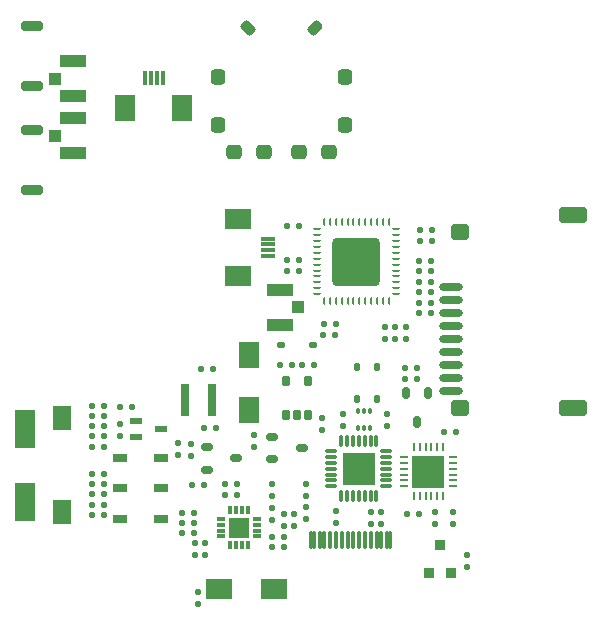
<source format=gtp>
G04*
G04 #@! TF.GenerationSoftware,Altium Limited,Altium Designer,20.2.6 (244)*
G04*
G04 Layer_Color=8421504*
%FSLAX25Y25*%
%MOIN*%
G70*
G04*
G04 #@! TF.SameCoordinates,568CAEEB-50F0-44EC-8363-EC95FF72310B*
G04*
G04*
G04 #@! TF.FilePolarity,Positive*
G04*
G01*
G75*
%ADD20R,0.08661X0.04134*%
%ADD21R,0.04134X0.03937*%
%ADD22R,0.07087X0.08661*%
%ADD23R,0.01181X0.05118*%
G04:AMPARAMS|DCode=24|XSize=47.24mil|YSize=51.18mil|CornerRadius=11.81mil|HoleSize=0mil|Usage=FLASHONLY|Rotation=0.000|XOffset=0mil|YOffset=0mil|HoleType=Round|Shape=RoundedRectangle|*
%AMROUNDEDRECTD24*
21,1,0.04724,0.02756,0,0,0.0*
21,1,0.02362,0.05118,0,0,0.0*
1,1,0.02362,0.01181,-0.01378*
1,1,0.02362,-0.01181,-0.01378*
1,1,0.02362,-0.01181,0.01378*
1,1,0.02362,0.01181,0.01378*
%
%ADD24ROUNDEDRECTD24*%
G04:AMPARAMS|DCode=25|XSize=51.18mil|YSize=47.24mil|CornerRadius=11.81mil|HoleSize=0mil|Usage=FLASHONLY|Rotation=0.000|XOffset=0mil|YOffset=0mil|HoleType=Round|Shape=RoundedRectangle|*
%AMROUNDEDRECTD25*
21,1,0.05118,0.02362,0,0,0.0*
21,1,0.02756,0.04724,0,0,0.0*
1,1,0.02362,0.01378,-0.01181*
1,1,0.02362,-0.01378,-0.01181*
1,1,0.02362,-0.01378,0.01181*
1,1,0.02362,0.01378,0.01181*
%
%ADD25ROUNDEDRECTD25*%
G04:AMPARAMS|DCode=26|XSize=33.47mil|YSize=47.24mil|CornerRadius=8.37mil|HoleSize=0mil|Usage=FLASHONLY|Rotation=45.000|XOffset=0mil|YOffset=0mil|HoleType=Round|Shape=RoundedRectangle|*
%AMROUNDEDRECTD26*
21,1,0.03347,0.03051,0,0,45.0*
21,1,0.01673,0.04724,0,0,45.0*
1,1,0.01673,0.01670,-0.00487*
1,1,0.01673,0.00487,-0.01670*
1,1,0.01673,-0.01670,0.00487*
1,1,0.01673,-0.00487,0.01670*
%
%ADD26ROUNDEDRECTD26*%
G04:AMPARAMS|DCode=27|XSize=33.47mil|YSize=47.24mil|CornerRadius=8.37mil|HoleSize=0mil|Usage=FLASHONLY|Rotation=135.000|XOffset=0mil|YOffset=0mil|HoleType=Round|Shape=RoundedRectangle|*
%AMROUNDEDRECTD27*
21,1,0.03347,0.03051,0,0,135.0*
21,1,0.01673,0.04724,0,0,135.0*
1,1,0.01673,0.00487,0.01670*
1,1,0.01673,0.01670,0.00487*
1,1,0.01673,-0.00487,-0.01670*
1,1,0.01673,-0.01670,-0.00487*
%
%ADD27ROUNDEDRECTD27*%
G04:AMPARAMS|DCode=28|XSize=31.5mil|YSize=70.87mil|CornerRadius=7.87mil|HoleSize=0mil|Usage=FLASHONLY|Rotation=90.000|XOffset=0mil|YOffset=0mil|HoleType=Round|Shape=RoundedRectangle|*
%AMROUNDEDRECTD28*
21,1,0.03150,0.05512,0,0,90.0*
21,1,0.01575,0.07087,0,0,90.0*
1,1,0.01575,0.02756,0.00787*
1,1,0.01575,0.02756,-0.00787*
1,1,0.01575,-0.02756,-0.00787*
1,1,0.01575,-0.02756,0.00787*
%
%ADD28ROUNDEDRECTD28*%
G04:AMPARAMS|DCode=29|XSize=12mil|YSize=38mil|CornerRadius=3mil|HoleSize=0mil|Usage=FLASHONLY|Rotation=0.000|XOffset=0mil|YOffset=0mil|HoleType=Round|Shape=RoundedRectangle|*
%AMROUNDEDRECTD29*
21,1,0.01200,0.03200,0,0,0.0*
21,1,0.00600,0.03800,0,0,0.0*
1,1,0.00600,0.00300,-0.01600*
1,1,0.00600,-0.00300,-0.01600*
1,1,0.00600,-0.00300,0.01600*
1,1,0.00600,0.00300,0.01600*
%
%ADD29ROUNDEDRECTD29*%
G04:AMPARAMS|DCode=30|XSize=12mil|YSize=38mil|CornerRadius=3mil|HoleSize=0mil|Usage=FLASHONLY|Rotation=270.000|XOffset=0mil|YOffset=0mil|HoleType=Round|Shape=RoundedRectangle|*
%AMROUNDEDRECTD30*
21,1,0.01200,0.03200,0,0,270.0*
21,1,0.00600,0.03800,0,0,270.0*
1,1,0.00600,-0.01600,-0.00300*
1,1,0.00600,-0.01600,0.00300*
1,1,0.00600,0.01600,0.00300*
1,1,0.00600,0.01600,-0.00300*
%
%ADD30ROUNDEDRECTD30*%
%ADD31R,0.11024X0.10630*%
%ADD32R,0.06890X0.08661*%
%ADD33R,0.08661X0.06890*%
G04:AMPARAMS|DCode=34|XSize=20mil|YSize=20mil|CornerRadius=5mil|HoleSize=0mil|Usage=FLASHONLY|Rotation=180.000|XOffset=0mil|YOffset=0mil|HoleType=Round|Shape=RoundedRectangle|*
%AMROUNDEDRECTD34*
21,1,0.02000,0.01000,0,0,180.0*
21,1,0.01000,0.02000,0,0,180.0*
1,1,0.01000,-0.00500,0.00500*
1,1,0.01000,0.00500,0.00500*
1,1,0.01000,0.00500,-0.00500*
1,1,0.01000,-0.00500,-0.00500*
%
%ADD34ROUNDEDRECTD34*%
%ADD35O,0.07874X0.02756*%
G04:AMPARAMS|DCode=36|XSize=55.12mil|YSize=62.99mil|CornerRadius=13.78mil|HoleSize=0mil|Usage=FLASHONLY|Rotation=90.000|XOffset=0mil|YOffset=0mil|HoleType=Round|Shape=RoundedRectangle|*
%AMROUNDEDRECTD36*
21,1,0.05512,0.03543,0,0,90.0*
21,1,0.02756,0.06299,0,0,90.0*
1,1,0.02756,0.01772,0.01378*
1,1,0.02756,0.01772,-0.01378*
1,1,0.02756,-0.01772,-0.01378*
1,1,0.02756,-0.01772,0.01378*
%
%ADD36ROUNDEDRECTD36*%
G04:AMPARAMS|DCode=37|XSize=55.12mil|YSize=94.49mil|CornerRadius=13.78mil|HoleSize=0mil|Usage=FLASHONLY|Rotation=90.000|XOffset=0mil|YOffset=0mil|HoleType=Round|Shape=RoundedRectangle|*
%AMROUNDEDRECTD37*
21,1,0.05512,0.06693,0,0,90.0*
21,1,0.02756,0.09449,0,0,90.0*
1,1,0.02756,0.03347,0.01378*
1,1,0.02756,0.03347,-0.01378*
1,1,0.02756,-0.03347,-0.01378*
1,1,0.02756,-0.03347,0.01378*
%
%ADD37ROUNDEDRECTD37*%
%ADD38R,0.03543X0.03740*%
%ADD39R,0.03543X0.03740*%
G04:AMPARAMS|DCode=40|XSize=20mil|YSize=20mil|CornerRadius=5mil|HoleSize=0mil|Usage=FLASHONLY|Rotation=270.000|XOffset=0mil|YOffset=0mil|HoleType=Round|Shape=RoundedRectangle|*
%AMROUNDEDRECTD40*
21,1,0.02000,0.01000,0,0,270.0*
21,1,0.01000,0.02000,0,0,270.0*
1,1,0.01000,-0.00500,-0.00500*
1,1,0.01000,-0.00500,0.00500*
1,1,0.01000,0.00500,0.00500*
1,1,0.01000,0.00500,-0.00500*
%
%ADD40ROUNDEDRECTD40*%
%ADD41R,0.01181X0.03150*%
%ADD42R,0.03150X0.01181*%
%ADD43R,0.06890X0.06890*%
%ADD44R,0.05118X0.01181*%
%ADD45R,0.08661X0.07087*%
%ADD46R,0.07000X0.13000*%
%ADD47R,0.03150X0.10630*%
%ADD48R,0.04134X0.01968*%
%ADD49R,0.04528X0.03150*%
G04:AMPARAMS|DCode=50|XSize=59.06mil|YSize=11.81mil|CornerRadius=2.95mil|HoleSize=0mil|Usage=FLASHONLY|Rotation=90.000|XOffset=0mil|YOffset=0mil|HoleType=Round|Shape=RoundedRectangle|*
%AMROUNDEDRECTD50*
21,1,0.05906,0.00591,0,0,90.0*
21,1,0.05315,0.01181,0,0,90.0*
1,1,0.00591,0.00295,0.02657*
1,1,0.00591,0.00295,-0.02657*
1,1,0.00591,-0.00295,-0.02657*
1,1,0.00591,-0.00295,0.02657*
%
%ADD50ROUNDEDRECTD50*%
G04:AMPARAMS|DCode=51|XSize=160mil|YSize=160mil|CornerRadius=16mil|HoleSize=0mil|Usage=FLASHONLY|Rotation=90.000|XOffset=0mil|YOffset=0mil|HoleType=Round|Shape=RoundedRectangle|*
%AMROUNDEDRECTD51*
21,1,0.16000,0.12800,0,0,90.0*
21,1,0.12800,0.16000,0,0,90.0*
1,1,0.03200,0.06400,0.06400*
1,1,0.03200,0.06400,-0.06400*
1,1,0.03200,-0.06400,-0.06400*
1,1,0.03200,-0.06400,0.06400*
%
%ADD51ROUNDEDRECTD51*%
G04:AMPARAMS|DCode=52|XSize=26.57mil|YSize=9.84mil|CornerRadius=2.46mil|HoleSize=0mil|Usage=FLASHONLY|Rotation=90.000|XOffset=0mil|YOffset=0mil|HoleType=Round|Shape=RoundedRectangle|*
%AMROUNDEDRECTD52*
21,1,0.02657,0.00492,0,0,90.0*
21,1,0.02165,0.00984,0,0,90.0*
1,1,0.00492,0.00246,0.01083*
1,1,0.00492,0.00246,-0.01083*
1,1,0.00492,-0.00246,-0.01083*
1,1,0.00492,-0.00246,0.01083*
%
%ADD52ROUNDEDRECTD52*%
G04:AMPARAMS|DCode=53|XSize=26.57mil|YSize=9.84mil|CornerRadius=2.46mil|HoleSize=0mil|Usage=FLASHONLY|Rotation=180.000|XOffset=0mil|YOffset=0mil|HoleType=Round|Shape=RoundedRectangle|*
%AMROUNDEDRECTD53*
21,1,0.02657,0.00492,0,0,180.0*
21,1,0.02165,0.00984,0,0,180.0*
1,1,0.00492,-0.01083,0.00246*
1,1,0.00492,0.01083,0.00246*
1,1,0.00492,0.01083,-0.00246*
1,1,0.00492,-0.01083,-0.00246*
%
%ADD53ROUNDEDRECTD53*%
G04:AMPARAMS|DCode=54|XSize=19.68mil|YSize=23.62mil|CornerRadius=4.92mil|HoleSize=0mil|Usage=FLASHONLY|Rotation=0.000|XOffset=0mil|YOffset=0mil|HoleType=Round|Shape=RoundedRectangle|*
%AMROUNDEDRECTD54*
21,1,0.01968,0.01378,0,0,0.0*
21,1,0.00984,0.02362,0,0,0.0*
1,1,0.00984,0.00492,-0.00689*
1,1,0.00984,-0.00492,-0.00689*
1,1,0.00984,-0.00492,0.00689*
1,1,0.00984,0.00492,0.00689*
%
%ADD54ROUNDEDRECTD54*%
G04:AMPARAMS|DCode=55|XSize=12mil|YSize=19.68mil|CornerRadius=3mil|HoleSize=0mil|Usage=FLASHONLY|Rotation=0.000|XOffset=0mil|YOffset=0mil|HoleType=Round|Shape=RoundedRectangle|*
%AMROUNDEDRECTD55*
21,1,0.01200,0.01369,0,0,0.0*
21,1,0.00600,0.01968,0,0,0.0*
1,1,0.00600,0.00300,-0.00684*
1,1,0.00600,-0.00300,-0.00684*
1,1,0.00600,-0.00300,0.00684*
1,1,0.00600,0.00300,0.00684*
%
%ADD55ROUNDEDRECTD55*%
%ADD56O,0.02756X0.00984*%
%ADD57O,0.00984X0.02756*%
G04:AMPARAMS|DCode=58|XSize=19.68mil|YSize=23.62mil|CornerRadius=4.92mil|HoleSize=0mil|Usage=FLASHONLY|Rotation=270.000|XOffset=0mil|YOffset=0mil|HoleType=Round|Shape=RoundedRectangle|*
%AMROUNDEDRECTD58*
21,1,0.01968,0.01378,0,0,270.0*
21,1,0.00984,0.02362,0,0,270.0*
1,1,0.00984,-0.00689,-0.00492*
1,1,0.00984,-0.00689,0.00492*
1,1,0.00984,0.00689,0.00492*
1,1,0.00984,0.00689,-0.00492*
%
%ADD58ROUNDEDRECTD58*%
G04:AMPARAMS|DCode=59|XSize=23.62mil|YSize=39.37mil|CornerRadius=5.91mil|HoleSize=0mil|Usage=FLASHONLY|Rotation=0.000|XOffset=0mil|YOffset=0mil|HoleType=Round|Shape=RoundedRectangle|*
%AMROUNDEDRECTD59*
21,1,0.02362,0.02756,0,0,0.0*
21,1,0.01181,0.03937,0,0,0.0*
1,1,0.01181,0.00591,-0.01378*
1,1,0.01181,-0.00591,-0.01378*
1,1,0.01181,-0.00591,0.01378*
1,1,0.01181,0.00591,0.01378*
%
%ADD59ROUNDEDRECTD59*%
G04:AMPARAMS|DCode=60|XSize=23.62mil|YSize=39.37mil|CornerRadius=5.91mil|HoleSize=0mil|Usage=FLASHONLY|Rotation=90.000|XOffset=0mil|YOffset=0mil|HoleType=Round|Shape=RoundedRectangle|*
%AMROUNDEDRECTD60*
21,1,0.02362,0.02756,0,0,90.0*
21,1,0.01181,0.03937,0,0,90.0*
1,1,0.01181,0.01378,0.00591*
1,1,0.01181,0.01378,-0.00591*
1,1,0.01181,-0.01378,-0.00591*
1,1,0.01181,-0.01378,0.00591*
%
%ADD60ROUNDEDRECTD60*%
G04:AMPARAMS|DCode=61|XSize=23.62mil|YSize=35mil|CornerRadius=5.91mil|HoleSize=0mil|Usage=FLASHONLY|Rotation=180.000|XOffset=0mil|YOffset=0mil|HoleType=Round|Shape=RoundedRectangle|*
%AMROUNDEDRECTD61*
21,1,0.02362,0.02319,0,0,180.0*
21,1,0.01181,0.03500,0,0,180.0*
1,1,0.01181,-0.00591,0.01159*
1,1,0.01181,0.00591,0.01159*
1,1,0.01181,0.00591,-0.01159*
1,1,0.01181,-0.00591,-0.01159*
%
%ADD61ROUNDEDRECTD61*%
%ADD62R,0.05906X0.07874*%
D20*
X20865Y172893D02*
D03*
Y184507D02*
D03*
Y153893D02*
D03*
Y165507D02*
D03*
X89860Y96693D02*
D03*
Y108307D02*
D03*
D21*
X14861Y178700D02*
D03*
Y159700D02*
D03*
X95864Y102500D02*
D03*
D22*
X57314Y169100D02*
D03*
X38416Y169100D02*
D03*
D23*
X50818Y178931D02*
D03*
X48849D02*
D03*
X46881D02*
D03*
X44912D02*
D03*
D24*
X69205Y179382D02*
D03*
Y163240D02*
D03*
X111725D02*
D03*
Y179382D02*
D03*
D25*
X74717Y154185D02*
D03*
X84658D02*
D03*
X96272D02*
D03*
X106213D02*
D03*
D26*
X79330Y195635D02*
D03*
D27*
X101600D02*
D03*
D28*
X7265Y196391D02*
D03*
Y176300D02*
D03*
Y161700D02*
D03*
Y141609D02*
D03*
D29*
X110305Y39615D02*
D03*
X112274D02*
D03*
X114242D02*
D03*
X116211D02*
D03*
X118179D02*
D03*
X120148D02*
D03*
X122116D02*
D03*
Y57915D02*
D03*
X120148D02*
D03*
X118179D02*
D03*
X116211D02*
D03*
X114242D02*
D03*
X112274D02*
D03*
X110305D02*
D03*
D30*
X125361Y42859D02*
D03*
Y44828D02*
D03*
Y46796D02*
D03*
Y48765D02*
D03*
Y50733D02*
D03*
Y52702D02*
D03*
Y54670D02*
D03*
X107061D02*
D03*
Y52702D02*
D03*
Y50733D02*
D03*
Y48765D02*
D03*
Y46796D02*
D03*
Y44828D02*
D03*
Y42859D02*
D03*
D31*
X116211Y48765D02*
D03*
X139450Y47780D02*
D03*
D32*
X79519Y68371D02*
D03*
Y86481D02*
D03*
D33*
X69731Y8766D02*
D03*
X87842D02*
D03*
D34*
X36563Y63537D02*
D03*
Y59537D02*
D03*
X152377Y15874D02*
D03*
Y19874D02*
D03*
X87200Y31800D02*
D03*
Y35800D02*
D03*
X94650Y33700D02*
D03*
Y29700D02*
D03*
X91190Y33682D02*
D03*
Y29682D02*
D03*
X61508Y19911D02*
D03*
Y23911D02*
D03*
X65000Y19913D02*
D03*
Y23913D02*
D03*
X55800Y53200D02*
D03*
Y57200D02*
D03*
X87200Y39700D02*
D03*
Y43700D02*
D03*
X104100Y61500D02*
D03*
Y65500D02*
D03*
X110844Y66829D02*
D03*
Y62829D02*
D03*
X125500Y62888D02*
D03*
Y66888D02*
D03*
X108474Y30636D02*
D03*
Y34636D02*
D03*
X120306Y34455D02*
D03*
Y30455D02*
D03*
X123670D02*
D03*
Y34455D02*
D03*
X141680Y30351D02*
D03*
Y34351D02*
D03*
X147718D02*
D03*
Y30351D02*
D03*
X128354Y92100D02*
D03*
Y96100D02*
D03*
X124900D02*
D03*
Y92100D02*
D03*
X131822D02*
D03*
Y96100D02*
D03*
X60300Y53100D02*
D03*
Y57100D02*
D03*
X62700Y3700D02*
D03*
Y7700D02*
D03*
X98500Y43700D02*
D03*
Y39700D02*
D03*
X98507Y35811D02*
D03*
Y31811D02*
D03*
X81300Y59900D02*
D03*
Y55900D02*
D03*
D35*
X146836Y109370D02*
D03*
Y105039D02*
D03*
Y100709D02*
D03*
Y96378D02*
D03*
Y92047D02*
D03*
Y87717D02*
D03*
Y83386D02*
D03*
Y79055D02*
D03*
Y74725D02*
D03*
D36*
X149805Y127677D02*
D03*
Y69000D02*
D03*
D37*
X187600Y133221D02*
D03*
Y69000D02*
D03*
D38*
X139621Y14081D02*
D03*
X143362Y23333D02*
D03*
D39*
X147102Y14081D02*
D03*
D40*
X57420Y27200D02*
D03*
X61420D02*
D03*
X61441Y33976D02*
D03*
X57441D02*
D03*
X61441Y30478D02*
D03*
X57441D02*
D03*
X60700Y43269D02*
D03*
X64700D02*
D03*
X91300Y22500D02*
D03*
X87300D02*
D03*
X91300Y26000D02*
D03*
X87300D02*
D03*
X31200Y62900D02*
D03*
X27200D02*
D03*
X31200Y59500D02*
D03*
X27200D02*
D03*
X31200Y66300D02*
D03*
X27200D02*
D03*
X31200Y56100D02*
D03*
X27200D02*
D03*
X31200Y69700D02*
D03*
X27200D02*
D03*
X75580Y43499D02*
D03*
X71580D02*
D03*
X40600Y69300D02*
D03*
X36600D02*
D03*
X27200Y47125D02*
D03*
X31200D02*
D03*
X63600Y82059D02*
D03*
X67600D02*
D03*
X27200Y43725D02*
D03*
X31200D02*
D03*
X27200Y40225D02*
D03*
X31200D02*
D03*
X27200Y36725D02*
D03*
X31200D02*
D03*
X27200Y33225D02*
D03*
X31200D02*
D03*
X71580Y39900D02*
D03*
X75580D02*
D03*
X92304Y114756D02*
D03*
X96304D02*
D03*
Y118256D02*
D03*
X92304D02*
D03*
X140396Y104050D02*
D03*
X136396D02*
D03*
X140428Y100518D02*
D03*
X136428D02*
D03*
X136396Y107550D02*
D03*
X140396D02*
D03*
X136428Y111050D02*
D03*
X140428D02*
D03*
X136428Y114550D02*
D03*
X140428D02*
D03*
X136428Y118065D02*
D03*
X140428D02*
D03*
X140544Y124677D02*
D03*
X136544D02*
D03*
X140544Y128179D02*
D03*
X136544D02*
D03*
X132400Y33600D02*
D03*
X136400D02*
D03*
X144650Y61000D02*
D03*
X148650D02*
D03*
X131600Y82200D02*
D03*
X135600D02*
D03*
X131600Y78700D02*
D03*
X135600D02*
D03*
X64665Y62168D02*
D03*
X68665D02*
D03*
X92300Y129700D02*
D03*
X96300D02*
D03*
X104475Y97021D02*
D03*
X108475D02*
D03*
X108400Y93200D02*
D03*
X104400D02*
D03*
X101340Y83177D02*
D03*
X97340D02*
D03*
X89860D02*
D03*
X93860D02*
D03*
D41*
X73395Y23200D02*
D03*
X75363D02*
D03*
X77332D02*
D03*
X79300D02*
D03*
Y35011D02*
D03*
X77332D02*
D03*
X75363D02*
D03*
X73395D02*
D03*
D42*
X82253Y26153D02*
D03*
Y28121D02*
D03*
Y30090D02*
D03*
Y32058D02*
D03*
X70442D02*
D03*
Y30090D02*
D03*
Y28121D02*
D03*
Y26153D02*
D03*
D43*
X76347Y29105D02*
D03*
D44*
X85931Y125453D02*
D03*
Y123484D02*
D03*
Y121516D02*
D03*
Y119547D02*
D03*
D45*
X76100Y131949D02*
D03*
X76100Y113051D02*
D03*
D46*
X4900Y37698D02*
D03*
Y62000D02*
D03*
D47*
X67328Y71477D02*
D03*
X58272D02*
D03*
D48*
X41966Y64559D02*
D03*
Y59441D02*
D03*
X50234Y62000D02*
D03*
D49*
X36610Y52300D02*
D03*
X50390D02*
D03*
Y42194D02*
D03*
X36610D02*
D03*
Y32000D02*
D03*
X50390D02*
D03*
D50*
X126647Y24921D02*
D03*
X125466D02*
D03*
X123498D02*
D03*
X122317D02*
D03*
X120348D02*
D03*
X118379D02*
D03*
X116411D02*
D03*
X114443D02*
D03*
X112474D02*
D03*
X110505D02*
D03*
X108537D02*
D03*
X106569D02*
D03*
X104600D02*
D03*
X103419D02*
D03*
X101450D02*
D03*
X100269D02*
D03*
D51*
X115427Y117756D02*
D03*
D52*
X104600Y104518D02*
D03*
X106569D02*
D03*
X108537D02*
D03*
X110505D02*
D03*
X112474D02*
D03*
X114443D02*
D03*
X116411D02*
D03*
X118379D02*
D03*
X120348D02*
D03*
X122317D02*
D03*
X124285D02*
D03*
X126253D02*
D03*
Y130994D02*
D03*
X124285D02*
D03*
X122317D02*
D03*
X120348D02*
D03*
X118379D02*
D03*
X116411D02*
D03*
X114443D02*
D03*
X112474D02*
D03*
X110505D02*
D03*
X108537D02*
D03*
X106569D02*
D03*
X104600D02*
D03*
D53*
X128665Y106929D02*
D03*
Y108898D02*
D03*
Y110866D02*
D03*
Y112835D02*
D03*
Y114803D02*
D03*
Y116772D02*
D03*
Y118740D02*
D03*
Y120709D02*
D03*
Y122677D02*
D03*
Y124646D02*
D03*
Y126614D02*
D03*
Y128583D02*
D03*
X102189D02*
D03*
Y126614D02*
D03*
Y124646D02*
D03*
Y122677D02*
D03*
Y120709D02*
D03*
Y118740D02*
D03*
Y116772D02*
D03*
Y114803D02*
D03*
Y112835D02*
D03*
Y110866D02*
D03*
Y108898D02*
D03*
Y106929D02*
D03*
D54*
X115478Y82529D02*
D03*
Y72061D02*
D03*
X122195Y82529D02*
D03*
Y72061D02*
D03*
D55*
X116032Y62168D02*
D03*
X118000D02*
D03*
X119969D02*
D03*
Y67861D02*
D03*
X118000D02*
D03*
X116032D02*
D03*
D56*
X131182Y52702D02*
D03*
Y50733D02*
D03*
Y48765D02*
D03*
Y46796D02*
D03*
Y44828D02*
D03*
Y42859D02*
D03*
X147718D02*
D03*
Y44828D02*
D03*
Y46796D02*
D03*
Y48765D02*
D03*
Y50733D02*
D03*
Y52702D02*
D03*
D57*
X134529Y39513D02*
D03*
X136497D02*
D03*
X138466D02*
D03*
X140434D02*
D03*
X142403D02*
D03*
X144371D02*
D03*
Y56048D02*
D03*
X142403D02*
D03*
X140434D02*
D03*
X138466D02*
D03*
X136497D02*
D03*
X134529D02*
D03*
D58*
X100834Y90000D02*
D03*
X90366D02*
D03*
D59*
X135700Y64195D02*
D03*
X131960Y74006D02*
D03*
X139440D02*
D03*
D60*
X97206Y55600D02*
D03*
X87394Y51860D02*
D03*
Y59340D02*
D03*
X65552Y55947D02*
D03*
Y48466D02*
D03*
X75363Y52206D02*
D03*
D61*
X99340Y66689D02*
D03*
X95600D02*
D03*
X91860D02*
D03*
Y78089D02*
D03*
X99340D02*
D03*
D62*
X17300Y34300D02*
D03*
X17221Y65531D02*
D03*
M02*

</source>
